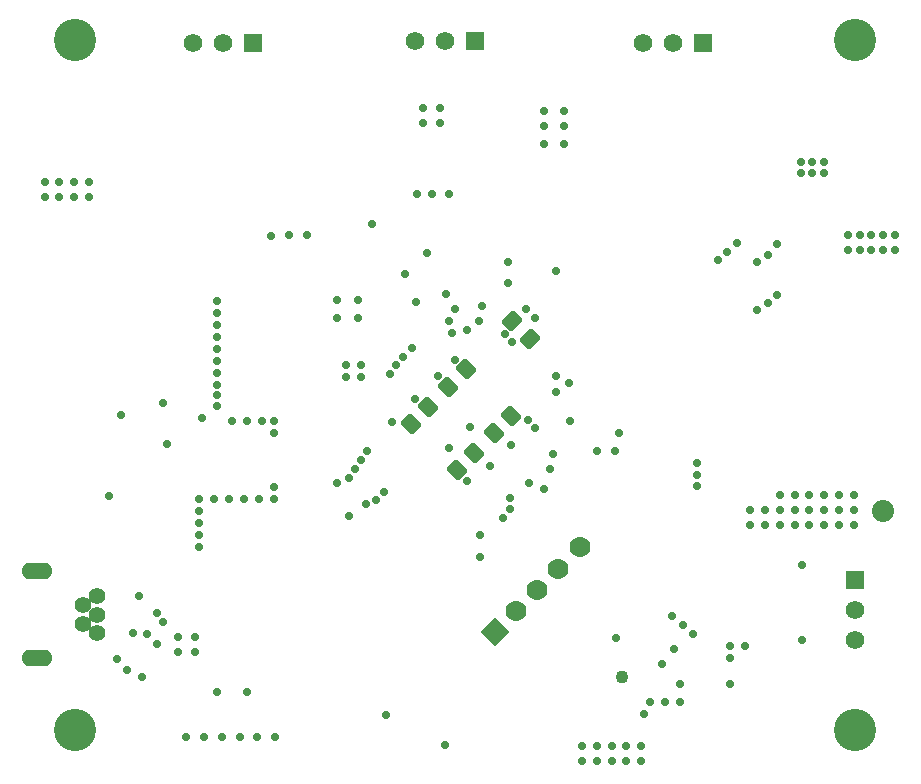
<source format=gbr>
%TF.GenerationSoftware,KiCad,Pcbnew,7.0.10*%
%TF.CreationDate,2024-03-08T11:24:00-05:00*%
%TF.ProjectId,TrumpetMelody,5472756d-7065-4744-9d65-6c6f64792e6b,rev?*%
%TF.SameCoordinates,Original*%
%TF.FileFunction,Soldermask,Bot*%
%TF.FilePolarity,Negative*%
%FSLAX46Y46*%
G04 Gerber Fmt 4.6, Leading zero omitted, Abs format (unit mm)*
G04 Created by KiCad (PCBNEW 7.0.10) date 2024-03-08 11:24:00*
%MOMM*%
%LPD*%
G01*
G04 APERTURE LIST*
G04 Aperture macros list*
%AMRoundRect*
0 Rectangle with rounded corners*
0 $1 Rounding radius*
0 $2 $3 $4 $5 $6 $7 $8 $9 X,Y pos of 4 corners*
0 Add a 4 corners polygon primitive as box body*
4,1,4,$2,$3,$4,$5,$6,$7,$8,$9,$2,$3,0*
0 Add four circle primitives for the rounded corners*
1,1,$1+$1,$2,$3*
1,1,$1+$1,$4,$5*
1,1,$1+$1,$6,$7*
1,1,$1+$1,$8,$9*
0 Add four rect primitives between the rounded corners*
20,1,$1+$1,$2,$3,$4,$5,0*
20,1,$1+$1,$4,$5,$6,$7,0*
20,1,$1+$1,$6,$7,$8,$9,0*
20,1,$1+$1,$8,$9,$2,$3,0*%
%AMHorizOval*
0 Thick line with rounded ends*
0 $1 width*
0 $2 $3 position (X,Y) of the first rounded end (center of the circle)*
0 $4 $5 position (X,Y) of the second rounded end (center of the circle)*
0 Add line between two ends*
20,1,$1,$2,$3,$4,$5,0*
0 Add two circle primitives to create the rounded ends*
1,1,$1,$2,$3*
1,1,$1,$4,$5*%
G04 Aperture macros list end*
%ADD10RoundRect,0.102000X-0.685000X-0.685000X0.685000X-0.685000X0.685000X0.685000X-0.685000X0.685000X0*%
%ADD11C,1.574000*%
%ADD12C,3.576000*%
%ADD13C,1.412000*%
%ADD14O,2.620000X1.412000*%
%ADD15RoundRect,0.038000X1.202082X0.000000X0.000000X1.202082X-1.202082X0.000000X0.000000X-1.202082X0*%
%ADD16HorizOval,1.776000X0.000000X0.000000X0.000000X0.000000X0*%
%ADD17RoundRect,0.102000X0.685000X-0.685000X0.685000X0.685000X-0.685000X0.685000X-0.685000X-0.685000X0*%
%ADD18RoundRect,0.266170X-0.097227X0.605397X-0.605397X0.097227X0.097227X-0.605397X0.605397X-0.097227X0*%
%ADD19RoundRect,0.266170X0.097227X-0.605397X0.605397X-0.097227X-0.097227X0.605397X-0.605397X0.097227X0*%
%ADD20RoundRect,0.266170X-0.605397X-0.097227X-0.097227X-0.605397X0.605397X0.097227X0.097227X0.605397X0*%
%ADD21C,0.736400*%
%ADD22C,1.092000*%
%ADD23C,1.876000*%
G04 APERTURE END LIST*
D10*
%TO.C,J3*%
X205613000Y-51054000D03*
D11*
X203073000Y-51054000D03*
X200533000Y-51054000D03*
%TD*%
D12*
%TO.C,H3*%
X218440000Y-109220000D03*
%TD*%
D10*
%TO.C,J4*%
X167513000Y-51054000D03*
D11*
X164973000Y-51054000D03*
X162433000Y-51054000D03*
%TD*%
D13*
%TO.C,J1*%
X154286352Y-97874978D03*
X153086352Y-98674978D03*
X154286352Y-99474978D03*
X153086352Y-100274978D03*
X154286352Y-101074978D03*
D14*
X149236352Y-103124978D03*
X149236352Y-95824978D03*
%TD*%
D10*
%TO.C,RV1*%
X186255606Y-50919442D03*
D11*
X183715606Y-50919442D03*
X181175606Y-50919442D03*
%TD*%
D12*
%TO.C,H4*%
X152400000Y-109220000D03*
%TD*%
%TO.C,H2*%
X218440000Y-50800000D03*
%TD*%
%TO.C,H1*%
X152400000Y-50800000D03*
%TD*%
D15*
%TO.C,J2*%
X187960000Y-100965000D03*
D16*
X189756051Y-99168949D03*
X191552102Y-97372898D03*
X193348154Y-95576846D03*
X195144205Y-93780795D03*
%TD*%
D17*
%TO.C,LS1*%
X218440000Y-96520000D03*
D11*
X218440000Y-99060000D03*
X218440000Y-101600000D03*
%TD*%
D18*
%TO.C,C4*%
X186199676Y-85786324D03*
X184732430Y-87253570D03*
%TD*%
D19*
%TO.C,C1*%
X184025323Y-80182503D03*
X185492569Y-78715257D03*
%TD*%
D20*
%TO.C,C5*%
X189452368Y-74649393D03*
X190919614Y-76116639D03*
%TD*%
D18*
%TO.C,C3*%
X189328623Y-82657377D03*
X187861377Y-84124623D03*
%TD*%
D19*
%TO.C,C2*%
X180843343Y-83364483D03*
X182310589Y-81897237D03*
%TD*%
D21*
X194355000Y-83120000D03*
X187560857Y-86900017D03*
X191363602Y-83644765D03*
X156312277Y-82552468D03*
X190742837Y-83010930D03*
X178605000Y-89120000D03*
X179299113Y-83183996D03*
X177014409Y-90117100D03*
X177912955Y-89813840D03*
X183141439Y-79298619D03*
X163195000Y-82804000D03*
X198501000Y-84074000D03*
X215855000Y-90620000D03*
X210855000Y-90620000D03*
X161855000Y-109870000D03*
X195355000Y-110620000D03*
X195355000Y-111870000D03*
X163355000Y-109870000D03*
X192105000Y-58120000D03*
X159893000Y-81534000D03*
X164465000Y-72898000D03*
X164465000Y-73914000D03*
X214605000Y-90620000D03*
X164211000Y-89662000D03*
X164465602Y-80898116D03*
X169291000Y-83058000D03*
X196605000Y-85620000D03*
X161105000Y-101370000D03*
X218855000Y-67370000D03*
X151105000Y-62870000D03*
X193855000Y-58120000D03*
X176605000Y-79370000D03*
X214605000Y-89370000D03*
X151105000Y-64120000D03*
X181855000Y-56620000D03*
X213355000Y-90620000D03*
X207855000Y-105370000D03*
X215855000Y-61120000D03*
X212105000Y-89370000D03*
X156845000Y-104140000D03*
X165481000Y-89662000D03*
X192105000Y-59620000D03*
X209105000Y-102120000D03*
X162605000Y-102620000D03*
X181855000Y-57870000D03*
X197855000Y-111870000D03*
X189105000Y-69620000D03*
X164465000Y-75946000D03*
X169291000Y-84074000D03*
X175355000Y-78370000D03*
X217855000Y-68620000D03*
X185855000Y-83620000D03*
X221855000Y-68620000D03*
X215855000Y-91870000D03*
X169291000Y-89662000D03*
X159331698Y-101931826D03*
X217855000Y-67370000D03*
X200355000Y-110620000D03*
X181355000Y-63870000D03*
X166355000Y-109870000D03*
X200355000Y-111870000D03*
X162941000Y-93726000D03*
X200605000Y-107870000D03*
X168021000Y-89662000D03*
X221855000Y-67370000D03*
X181254400Y-73050400D03*
X162941000Y-89662000D03*
X218355000Y-91870000D03*
X184105000Y-63870000D03*
X217105000Y-89370000D03*
X218855000Y-68620000D03*
X158505735Y-101077370D03*
X207855000Y-102120000D03*
X169355000Y-109870000D03*
X212105000Y-90620000D03*
D22*
X198755000Y-104775000D03*
D21*
X209605000Y-90620000D03*
X153605000Y-64120000D03*
X174605000Y-74370000D03*
X182605000Y-63870000D03*
X219855000Y-68620000D03*
X214605000Y-91870000D03*
X196605000Y-111870000D03*
X183769000Y-110490000D03*
X149855000Y-62870000D03*
X217105000Y-90620000D03*
X218355000Y-89370000D03*
X214855000Y-62120000D03*
X207855000Y-103120000D03*
X164465000Y-77978000D03*
X158115000Y-104775000D03*
X174605000Y-72870000D03*
X178725744Y-107974565D03*
X169291000Y-88646000D03*
X209605000Y-91870000D03*
X193855000Y-56870000D03*
X196605000Y-110620000D03*
X189328624Y-85132250D03*
X213355000Y-89370000D03*
X202355000Y-106870000D03*
X162941000Y-90678000D03*
X181196896Y-81243163D03*
X176355000Y-74370000D03*
X167855000Y-109870000D03*
X157287307Y-101063365D03*
X164465000Y-81788000D03*
X185616313Y-88137454D03*
X215855000Y-62120000D03*
X153605000Y-62870000D03*
X215855000Y-89370000D03*
X176605000Y-78370000D03*
X164465000Y-80010000D03*
X189105000Y-71370000D03*
X164855000Y-109870000D03*
X192105000Y-56870000D03*
X184105000Y-85370000D03*
X213855000Y-61120000D03*
X176355000Y-72870000D03*
X162605000Y-101370000D03*
X166751000Y-89662000D03*
X218355000Y-90620000D03*
X162941000Y-92710000D03*
X183355000Y-57870000D03*
X197855000Y-110620000D03*
X214855000Y-61120000D03*
X213355000Y-91870000D03*
X220855000Y-68620000D03*
X152355000Y-64120000D03*
X183355000Y-56620000D03*
X165735000Y-83058000D03*
X203105000Y-102370000D03*
D23*
X220853000Y-90678000D03*
D21*
X203605000Y-105370000D03*
X199105000Y-111870000D03*
X219855000Y-67370000D03*
X193855000Y-59620000D03*
X168275000Y-83058000D03*
X162941000Y-91694000D03*
X217105000Y-91870000D03*
X203605000Y-106870000D03*
X164465000Y-74930000D03*
X175355000Y-79370000D03*
X164465000Y-76962000D03*
X220855000Y-67370000D03*
X167005000Y-83058000D03*
X149855000Y-64120000D03*
X184555653Y-77884406D03*
X161105000Y-102620000D03*
X202105000Y-103620000D03*
X164465000Y-78994000D03*
X199105000Y-110620000D03*
X198105000Y-85620000D03*
X152355000Y-62870000D03*
X213855000Y-62120000D03*
X201105000Y-106870000D03*
X210855000Y-91870000D03*
X198245857Y-101474143D03*
X212105000Y-91870000D03*
X177605000Y-66370000D03*
X183855000Y-72370000D03*
X188796004Y-75761647D03*
X180355000Y-70620000D03*
X190605000Y-73620000D03*
X193167000Y-70358000D03*
X170545712Y-67375745D03*
X189434147Y-76419941D03*
X191355000Y-74370000D03*
X169049353Y-67383846D03*
X172054488Y-67362739D03*
X160239385Y-85031364D03*
X155321000Y-89408000D03*
X157855000Y-97870000D03*
X182245000Y-68834000D03*
X186855000Y-73370000D03*
X213995000Y-101600000D03*
X213995000Y-95250000D03*
X211857768Y-72392265D03*
X188653585Y-91321414D03*
X211840060Y-68134940D03*
X205105000Y-88620000D03*
X189225811Y-90570706D03*
X211053703Y-73088010D03*
X205105000Y-87620000D03*
X211060276Y-68992484D03*
X210199926Y-69606315D03*
X189235476Y-89623544D03*
X210185000Y-73660000D03*
X205105000Y-86620000D03*
X167005000Y-106045000D03*
X164465000Y-106045000D03*
X155967968Y-103224672D03*
X186690000Y-94615000D03*
X186690000Y-92710000D03*
X193105000Y-80620000D03*
X194242606Y-79838747D03*
X202991350Y-99560115D03*
X206869544Y-69443200D03*
X186605000Y-74620000D03*
X185605000Y-75370000D03*
X184355000Y-75620000D03*
X184105000Y-74620000D03*
X184605000Y-73620000D03*
X180921403Y-76936403D03*
X180205684Y-77652122D03*
X179605000Y-78370492D03*
X179086900Y-79120000D03*
X203901637Y-100392930D03*
X207645000Y-68786000D03*
X204705402Y-101090172D03*
X208484094Y-67986358D03*
X177105000Y-85620000D03*
X176605000Y-86370000D03*
X176105000Y-87120000D03*
X175605000Y-87870000D03*
X174605000Y-88370000D03*
X175605000Y-91120000D03*
X159385000Y-99314000D03*
X159855000Y-100120000D03*
X190855000Y-88370000D03*
X192105000Y-88870000D03*
X192605000Y-87120000D03*
X192855000Y-85870000D03*
X193105000Y-79254500D03*
M02*

</source>
